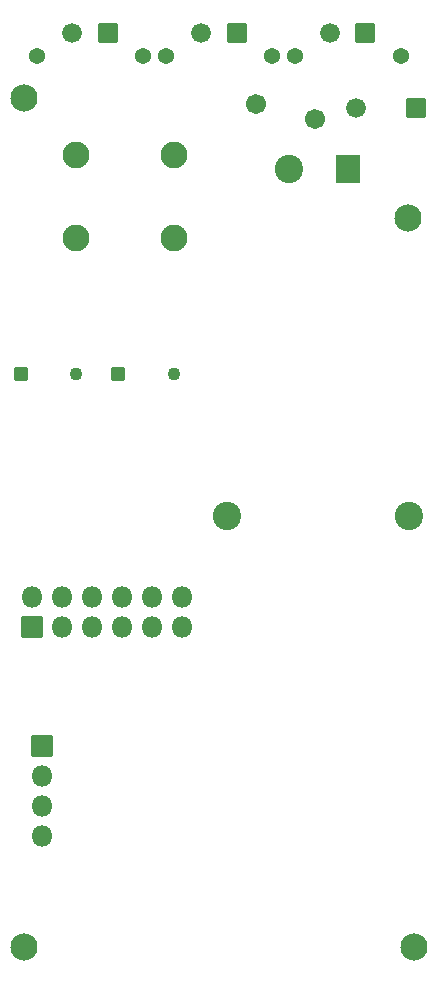
<source format=gbr>
%TF.GenerationSoftware,KiCad,Pcbnew,(5.99.0-10457-g21fde9b629)*%
%TF.CreationDate,2021-05-02T13:24:45-05:00*%
%TF.ProjectId,reptile-monitor,72657074-696c-4652-9d6d-6f6e69746f72,1*%
%TF.SameCoordinates,Original*%
%TF.FileFunction,Soldermask,Bot*%
%TF.FilePolarity,Negative*%
%FSLAX46Y46*%
G04 Gerber Fmt 4.6, Leading zero omitted, Abs format (unit mm)*
G04 Created by KiCad (PCBNEW (5.99.0-10457-g21fde9b629)) date 2021-05-02 13:24:45*
%MOMM*%
%LPD*%
G01*
G04 APERTURE LIST*
G04 Aperture macros list*
%AMRoundRect*
0 Rectangle with rounded corners*
0 $1 Rounding radius*
0 $2 $3 $4 $5 $6 $7 $8 $9 X,Y pos of 4 corners*
0 Add a 4 corners polygon primitive as box body*
4,1,4,$2,$3,$4,$5,$6,$7,$8,$9,$2,$3,0*
0 Add four circle primitives for the rounded corners*
1,1,$1+$1,$2,$3*
1,1,$1+$1,$4,$5*
1,1,$1+$1,$6,$7*
1,1,$1+$1,$8,$9*
0 Add four rect primitives between the rounded corners*
20,1,$1+$1,$2,$3,$4,$5,0*
20,1,$1+$1,$4,$5,$6,$7,0*
20,1,$1+$1,$6,$7,$8,$9,0*
20,1,$1+$1,$8,$9,$2,$3,0*%
G04 Aperture macros list end*
%ADD10C,2.301600*%
%ADD11RoundRect,0.050800X-0.785000X-0.785000X0.785000X-0.785000X0.785000X0.785000X-0.785000X0.785000X0*%
%ADD12C,1.671600*%
%ADD13C,1.371600*%
%ADD14RoundRect,0.050800X-1.000000X1.150000X-1.000000X-1.150000X1.000000X-1.150000X1.000000X1.150000X0*%
%ADD15C,2.401600*%
%ADD16RoundRect,0.050800X-0.850000X-0.850000X0.850000X-0.850000X0.850000X0.850000X-0.850000X0.850000X0*%
%ADD17O,1.801600X1.801600*%
%ADD18RoundRect,0.050800X0.500000X-0.500000X0.500000X0.500000X-0.500000X0.500000X-0.500000X-0.500000X0*%
%ADD19C,2.268946*%
%ADD20C,1.101600*%
%ADD21RoundRect,0.050800X0.787500X0.787500X-0.787500X0.787500X-0.787500X-0.787500X0.787500X-0.787500X0*%
%ADD22C,1.676600*%
%ADD23C,1.701600*%
%ADD24RoundRect,0.050800X0.850000X-0.850000X0.850000X0.850000X-0.850000X0.850000X-0.850000X-0.850000X0*%
G04 APERTURE END LIST*
D10*
%TO.C,REF2*%
X133858000Y-116840000D03*
X133858000Y-116840000D03*
%TD*%
D11*
%TO.C,J7*%
X151868000Y-39430999D03*
D12*
X148868000Y-39430999D03*
D13*
X145868000Y-41390999D03*
X154868000Y-41390999D03*
%TD*%
D14*
%TO.C,PS1*%
X161250000Y-50969500D03*
D15*
X156250000Y-50969500D03*
X166450000Y-80369500D03*
X151050000Y-80369500D03*
%TD*%
D16*
%TO.C,J1*%
X135382000Y-99832000D03*
D17*
X135382000Y-102372000D03*
X135382000Y-104912000D03*
X135382000Y-107452000D03*
%TD*%
D10*
%TO.C,REF1*%
X166370000Y-55118000D03*
%TD*%
D18*
%TO.C,K1*%
X141845000Y-68304999D03*
D19*
X146545001Y-49804998D03*
X146545001Y-56804999D03*
D20*
X146545001Y-68304999D03*
%TD*%
D10*
%TO.C,REF1*%
X133858000Y-44958000D03*
%TD*%
D21*
%TO.C,F1*%
X167005000Y-45847000D03*
D22*
X161925000Y-45847000D03*
%TD*%
D10*
%TO.C,REF3*%
X166878000Y-116840000D03*
X166878000Y-116840000D03*
%TD*%
D23*
%TO.C,RV1*%
X153456000Y-45451000D03*
X158456000Y-46751000D03*
%TD*%
D24*
%TO.C,J3*%
X134493000Y-89789000D03*
D17*
X134493000Y-87249000D03*
X137033000Y-89789000D03*
X137033000Y-87249000D03*
X139573000Y-89789000D03*
X139573000Y-87249000D03*
X142113000Y-89789000D03*
X142113000Y-87249000D03*
X144653000Y-89789000D03*
X144653000Y-87249000D03*
X147193000Y-89789000D03*
X147193000Y-87249000D03*
%TD*%
D18*
%TO.C,K2*%
X133570000Y-68304999D03*
D19*
X138270001Y-49804998D03*
X138270001Y-56804999D03*
D20*
X138270001Y-68304999D03*
%TD*%
D11*
%TO.C,J8*%
X140946000Y-39430999D03*
D12*
X137946000Y-39430999D03*
D13*
X143946000Y-41390999D03*
X134946000Y-41390999D03*
%TD*%
D11*
%TO.C,J2*%
X162766000Y-39430999D03*
D12*
X159766000Y-39430999D03*
D13*
X165766000Y-41390999D03*
X156766000Y-41390999D03*
%TD*%
M02*

</source>
